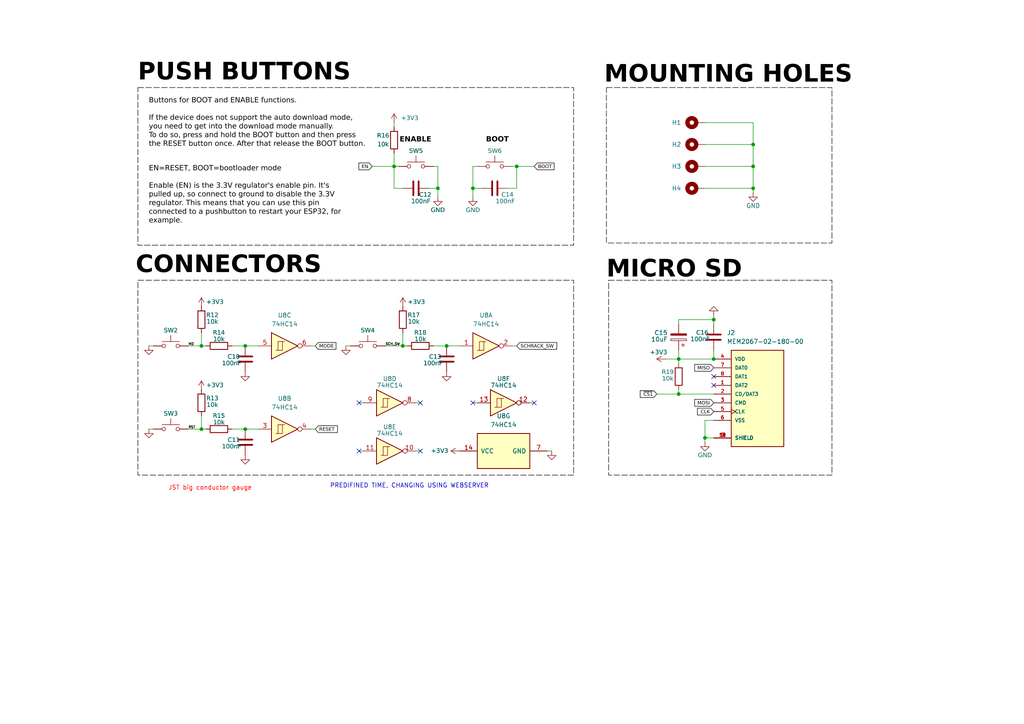
<source format=kicad_sch>
(kicad_sch (version 20231120) (generator "eeschema") (generator_version "8.0")
  (paper "A4")
  (title_block (title "SchrackStopwatch") (date "2024-08-14") (rev "v.1.0.0") (company "SPS NA PROSEKU") (comment 1 "SAVVA POPOV"))
  (lib_symbols
    (symbol "74xx:74HC14" (pin_names (offset 1.016))
      (property "Reference" "U" (at 0 1.27 0))
      (property "Value" "74HC14" (at 0 -1.27 0))
      (symbol "74HC14_1_0"
        (polyline (pts (xy -3.81 3.81) (xy -3.81 -3.81) (xy 3.81 0) (xy -3.81 3.81)) (stroke (width 0.254)) (fill (type background)))
        (pin input line (at -7.62 0 0) (length 3.81) (name "~") (number "1"))
        (pin output inverted (at 7.62 0 180) (length 3.81) (name "~") (number "2"))
      )
      (symbol "74HC14_1_1"
        (polyline (pts (xy -1.905 -1.27) (xy -1.905 1.27) (xy -0.635 1.27)))
        (polyline (pts (xy -2.54 -1.27) (xy -0.635 -1.27) (xy -0.635 1.27) (xy 0 1.27)))
      )
      (symbol "74HC14_2_0"
        (polyline (pts (xy -3.81 3.81) (xy -3.81 -3.81) (xy 3.81 0) (xy -3.81 3.81)) (stroke (width 0.254)) (fill (type background)))
        (pin input line (at -7.62 0 0) (length 3.81) (name "~") (number "3"))
        (pin output inverted (at 7.62 0 180) (length 3.81) (name "~") (number "4"))
      )
      (symbol "74HC14_2_1"
        (polyline (pts (xy -1.905 -1.27) (xy -1.905 1.27) (xy -0.635 1.27)))
        (polyline (pts (xy -2.54 -1.27) (xy -0.635 -1.27) (xy -0.635 1.27) (xy 0 1.27)))
      )
      (symbol "74HC14_3_0"
        (polyline (pts (xy -3.81 3.81) (xy -3.81 -3.81) (xy 3.81 0) (xy -3.81 3.81)) (stroke (width 0.254)) (fill (type background)))
        (pin input line (at -7.62 0 0) (length 3.81) (name "~") (number "5"))
        (pin output inverted (at 7.62 0 180) (length 3.81) (name "~") (number "6"))
      )
      (symbol "74HC14_3_1"
        (polyline (pts (xy -1.905 -1.27) (xy -1.905 1.27) (xy -0.635 1.27)))
        (polyline (pts (xy -2.54 -1.27) (xy -0.635 -1.27) (xy -0.635 1.27) (xy 0 1.27)))
      )
      (symbol "74HC14_4_0"
        (polyline (pts (xy -3.81 3.81) (xy -3.81 -3.81) (xy 3.81 0) (xy -3.81 3.81)) (stroke (width 0.254)) (fill (type background)))
        (pin output inverted (at 7.62 0 180) (length 3.81) (name "~") (number "8"))
        (pin input line (at -7.62 0 0) (length 3.81) (name "~") (number "9"))
      )
      (symbol "74HC14_4_1"
        (polyline (pts (xy -1.905 -1.27) (xy -1.905 1.27) (xy -0.635 1.27)))
        (polyline (pts (xy -2.54 -1.27) (xy -0.635 -1.27) (xy -0.635 1.27) (xy 0 1.27)))
      )
      (symbol "74HC14_5_0"
        (polyline (pts (xy -3.81 3.81) (xy -3.81 -3.81) (xy 3.81 0) (xy -3.81 3.81)) (stroke (width 0.254)) (fill (type background)))
        (pin output inverted (at 7.62 0 180) (length 3.81) (name "~") (number "10"))
        (pin input line (at -7.62 0 0) (length 3.81) (name "~") (number "11"))
      )
      (symbol "74HC14_5_1"
        (polyline (pts (xy -1.905 -1.27) (xy -1.905 1.27) (xy -0.635 1.27)))
        (polyline (pts (xy -2.54 -1.27) (xy -0.635 -1.27) (xy -0.635 1.27) (xy 0 1.27)))
      )
      (symbol "74HC14_6_0"
        (polyline (pts (xy -3.81 3.81) (xy -3.81 -3.81) (xy 3.81 0) (xy -3.81 3.81)) (stroke (width 0.254)) (fill (type background)))
        (pin output inverted (at 7.62 0 180) (length 3.81) (name "~") (number "12"))
        (pin input line (at -7.62 0 0) (length 3.81) (name "~") (number "13"))
      )
      (symbol "74HC14_6_1"
        (polyline (pts (xy -1.905 -1.27) (xy -1.905 1.27) (xy -0.635 1.27)))
        (polyline (pts (xy -2.54 -1.27) (xy -0.635 -1.27) (xy -0.635 1.27) (xy 0 1.27)))
      )
      (symbol "74HC14_7_0"
        (pin power_in line (at 0 12.7 270) (length 5.08) (name "VCC") (number "14"))
        (pin power_in line (at 0 -12.7 90) (length 5.08) (name "GND") (number "7"))
      )
      (symbol "74HC14_7_1"
        (rectangle (start -5.08 7.62) (end 5.08 -7.62) (stroke (width 0.254)) (fill (type background)))
      )
    )
    (symbol "Device:C" (pin_numbers hide) (pin_names (offset 0.254))
      (property "Reference" "C" (at 0.635 2.54 0))
      (property "Value" "C" (at 0.635 -2.54 0))
      (symbol "C_0_1"
        (polyline (pts (xy -2.032 -0.762) (xy 2.032 -0.762)) (stroke (width 0.508)))
        (polyline (pts (xy -2.032 0.762) (xy 2.032 0.762)) (stroke (width 0.508)))
      )
      (symbol "C_1_1"
        (pin passive line (at 0 3.81 270) (length 2.794) (name "~") (number "1"))
        (pin passive line (at 0 -3.81 90) (length 2.794) (name "~") (number "2"))
      )
    )
    (symbol "Device:C_Polarized" (pin_numbers hide) (pin_names (offset 0.254))
      (property "Reference" "C" (at 0.635 2.54 0))
      (property "Value" "C_Polarized" (at 0.635 -2.54 0))
      (symbol "C_Polarized_0_1"
        (rectangle (start -2.286 0.508) (end 2.286 1.016))
        (polyline (pts (xy -1.778 2.286) (xy -0.762 2.286)))
        (polyline (pts (xy -1.27 2.794) (xy -1.27 1.778)))
        (rectangle (start 2.286 -0.508) (end -2.286 -1.016) (fill (type outline)))
      )
      (symbol "C_Polarized_1_1"
        (pin passive line (at 0 3.81 270) (length 2.794) (name "~") (number "1"))
        (pin passive line (at 0 -3.81 90) (length 2.794) (name "~") (number "2"))
      )
    )
    (symbol "Device:R" (pin_numbers hide) (pin_names (offset 0))
      (property "Reference" "R" (at 2.032 0 90))
      (property "Value" "R" (at 0 0 90))
      (symbol "R_0_1"
        (rectangle (start -1.016 -2.54) (end 1.016 2.54) (stroke (width 0.254)))
      )
      (symbol "R_1_1"
        (pin passive line (at 0 3.81 270) (length 1.27) (name "~") (number "1"))
        (pin passive line (at 0 -3.81 90) (length 1.27) (name "~") (number "2"))
      )
    )
    (symbol "Mechanical:MountingHole_Pad" (pin_numbers hide) (pin_names (offset 1.016) hide)
      (property "Reference" "H" (at 0 6.35 0))
      (property "Value" "MountingHole_Pad" (at 0 4.445 0))
      (symbol "MountingHole_Pad_0_1"
        (circle (center 0 1.27) (radius 1.27) (stroke (width 1.27)))
      )
      (symbol "MountingHole_Pad_1_1"
        (pin input line (at 0 -2.54 90) (length 2.54) (name "1") (number "1"))
      )
    )
    (symbol "SchrackThingy_library:MEM2067-02-180-00-A_REVB" (pin_names (offset 1.016))
      (property "Reference" "J" (at 0 12.7117 0))
      (property "Value" "MEM2067-02-180-00-A_REVB" (at 0 -17.7826 0))
      (symbol "MEM2067-02-180-00-A_REVB_0_0"
        (rectangle (start 0 -15.24) (end 15.24 12.7) (stroke (width 0.254)) (fill (type background)))
        (pin bidirectional line (at -5.08 2.54 0) (length 5.08) (name "DAT2") (number "1"))
        (pin passive line (at -5.08 -12.7 0) (length 5.08) (name "SHIELD") (number "10"))
        (pin passive line (at -5.08 -12.7 0) (length 5.08) (name "SHIELD") (number "11"))
        (pin passive line (at -5.08 -12.7 0) (length 5.08) (name "SHIELD") (number "12"))
        (pin bidirectional line (at -5.08 0 0) (length 5.08) (name "CD/DAT3") (number "2"))
        (pin bidirectional line (at -5.08 -2.54 0) (length 5.08) (name "CMD") (number "3"))
        (pin power_in line (at -5.08 10.16 0) (length 5.08) (name "VDD") (number "4"))
        (pin bidirectional clock (at -5.08 -5.08 0) (length 5.08) (name "CLK") (number "5"))
        (pin power_in line (at -5.08 -7.62 0) (length 5.08) (name "VSS") (number "6"))
        (pin bidirectional line (at -5.08 7.62 0) (length 5.08) (name "DAT0") (number "7"))
        (pin bidirectional line (at -5.08 5.08 0) (length 5.08) (name "DAT1") (number "8"))
        (pin passive line (at -5.08 -12.7 0) (length 5.08) (name "SHIELD") (number "9"))
      )
    )
    (symbol "Switch:SW_Push" (pin_numbers hide) (pin_names (offset 1.016) hide)
      (property "Reference" "SW" (at 1.27 2.54 0))
      (property "Value" "SW_Push" (at 0 -1.524 0))
      (symbol "SW_Push_0_1"
        (circle (center -2.032 0) (radius 0.508))
        (polyline (pts (xy 0 1.27) (xy 0 3.048)))
        (polyline (pts (xy 2.54 1.27) (xy -2.54 1.27)))
        (circle (center 2.032 0) (radius 0.508))
        (pin passive line (at -5.08 0 0) (length 2.54) (name "1") (number "1"))
        (pin passive line (at 5.08 0 180) (length 2.54) (name "2") (number "2"))
      )
    )
    (symbol "power:+3V3" (power) (pin_names (offset 0))
      (property "Value" "+3V3" (at 0 3.556 0))
      (symbol "+3V3_0_1"
        (polyline (pts (xy -0.762 1.27) (xy 0 2.54)))
        (polyline (pts (xy 0 0) (xy 0 2.54)))
        (polyline (pts (xy 0 2.54) (xy 0.762 1.27)))
      )
      (symbol "+3V3_1_1"
        (pin power_in line (at 0 0 90) (length 0) hide (name "+3V3") (number "1"))
      )
    )
    (symbol "power:GND" (power) (pin_names (offset 0))
      (property "Value" "GND" (at 0 -3.81 0))
      (symbol "GND_0_1"
        (polyline (pts (xy 0 0) (xy 0 -1.27) (xy 1.27 -1.27) (xy 0 -2.54) (xy -1.27 -1.27) (xy 0 -1.27)))
      )
      (symbol "GND_1_1"
        (pin power_in line (at 0 0 270) (length 0) hide (name "GND") (number "1"))
      )
    )
  )
  (junction (at 58.42 100.33))
  (junction (at 196.85 114.3))
  (junction (at 207.01 104.14))
  (junction (at 218.44 41.91))
  (junction (at 137.16 54.61))
  (junction (at 218.44 54.61))
  (junction (at 129.54 100.33))
  (junction (at 149.86 48.26))
  (junction (at 218.44 48.26))
  (junction (at 114.3 48.26))
  (junction (at 127 54.61))
  (junction (at 196.85 104.14))
  (junction (at 116.84 100.33))
  (junction (at 71.12 124.46))
  (junction (at 207.01 92.71))
  (junction (at 58.42 124.46))
  (junction (at 71.12 100.33))
  (junction (at 204.47 127))
  (no_connect (at 104.14 116.84))
  (no_connect (at 207.01 111.76))
  (no_connect (at 207.01 109.22))
  (no_connect (at 104.14 130.81))
  (no_connect (at 121.92 116.84))
  (no_connect (at 137.16 116.84))
  (no_connect (at 121.92 130.81))
  (no_connect (at 154.94 116.84))
  (wire (pts (xy 190.5 114.3) (xy 196.85 114.3)))
  (wire (pts (xy 149.86 48.26) (xy 148.59 48.26)))
  (wire (pts (xy 204.47 41.91) (xy 218.44 41.91)))
  (wire (pts (xy 137.16 54.61) (xy 139.7 54.61)))
  (wire (pts (xy 196.85 113.03) (xy 196.85 114.3)))
  (wire (pts (xy 67.31 124.46) (xy 71.12 124.46)))
  (wire (pts (xy 129.54 100.33) (xy 133.35 100.33)))
  (wire (pts (xy 59.69 100.33) (xy 58.42 100.33)))
  (wire (pts (xy 204.47 128.27) (xy 204.47 127)))
  (wire (pts (xy 147.32 54.61) (xy 149.86 54.61)))
  (wire (pts (xy 137.16 48.26) (xy 137.16 54.61)))
  (wire (pts (xy 114.3 48.26) (xy 114.3 54.61)))
  (wire (pts (xy 104.14 116.84) (xy 105.41 116.84)))
  (wire (pts (xy 43.18 100.33) (xy 44.45 100.33)))
  (wire (pts (xy 196.85 114.3) (xy 207.01 114.3)))
  (wire (pts (xy 120.65 130.81) (xy 121.92 130.81)))
  (wire (pts (xy 91.44 100.33) (xy 90.17 100.33)))
  (wire (pts (xy 127 48.26) (xy 125.73 48.26)))
  (wire (pts (xy 218.44 35.56) (xy 218.44 41.91)))
  (wire (pts (xy 207.01 92.71) (xy 207.01 93.98)))
  (wire (pts (xy 204.47 127) (xy 207.01 127)))
  (wire (pts (xy 193.04 104.14) (xy 196.85 104.14)))
  (wire (pts (xy 43.18 124.46) (xy 44.45 124.46)))
  (wire (pts (xy 114.3 44.45) (xy 114.3 48.26)))
  (wire (pts (xy 204.47 35.56) (xy 218.44 35.56)))
  (wire (pts (xy 127 57.15) (xy 127 54.61)))
  (wire (pts (xy 204.47 121.92) (xy 207.01 121.92)))
  (wire (pts (xy 104.14 130.81) (xy 105.41 130.81)))
  (wire (pts (xy 107.95 48.26) (xy 114.3 48.26)))
  (wire (pts (xy 91.44 124.46) (xy 90.17 124.46)))
  (wire (pts (xy 111.76 100.33) (xy 116.84 100.33)))
  (wire (pts (xy 204.47 48.26) (xy 218.44 48.26)))
  (wire (pts (xy 207.01 92.71) (xy 196.85 92.71)))
  (wire (pts (xy 100.33 100.33) (xy 101.6 100.33)))
  (wire (pts (xy 54.61 124.46) (xy 58.42 124.46)))
  (wire (pts (xy 137.16 116.84) (xy 138.43 116.84)))
  (wire (pts (xy 58.42 100.33) (xy 58.42 96.52)))
  (wire (pts (xy 207.01 91.44) (xy 207.01 92.71)))
  (wire (pts (xy 149.86 48.26) (xy 154.94 48.26)))
  (wire (pts (xy 204.47 54.61) (xy 218.44 54.61)))
  (wire (pts (xy 207.01 101.6) (xy 207.01 104.14)))
  (wire (pts (xy 114.3 48.26) (xy 115.57 48.26)))
  (wire (pts (xy 125.73 100.33) (xy 129.54 100.33)))
  (wire (pts (xy 196.85 104.14) (xy 196.85 105.41)))
  (wire (pts (xy 196.85 101.6) (xy 196.85 104.14)))
  (wire (pts (xy 137.16 48.26) (xy 138.43 48.26)))
  (wire (pts (xy 127 48.26) (xy 127 54.61)))
  (wire (pts (xy 196.85 92.71) (xy 196.85 93.98)))
  (wire (pts (xy 218.44 48.26) (xy 218.44 54.61)))
  (wire (pts (xy 67.31 100.33) (xy 71.12 100.33)))
  (wire (pts (xy 196.85 104.14) (xy 207.01 104.14)))
  (wire (pts (xy 218.44 55.88) (xy 218.44 54.61)))
  (wire (pts (xy 114.3 36.83) (xy 114.3 35.56)))
  (wire (pts (xy 58.42 124.46) (xy 58.42 120.65)))
  (wire (pts (xy 118.11 100.33) (xy 116.84 100.33)))
  (wire (pts (xy 137.16 57.15) (xy 137.16 54.61)))
  (wire (pts (xy 218.44 41.91) (xy 218.44 48.26)))
  (wire (pts (xy 120.65 116.84) (xy 121.92 116.84)))
  (wire (pts (xy 149.86 48.26) (xy 149.86 54.61)))
  (wire (pts (xy 204.47 127) (xy 204.47 121.92)))
  (wire (pts (xy 71.12 124.46) (xy 74.93 124.46)))
  (wire (pts (xy 54.61 100.33) (xy 58.42 100.33)))
  (wire (pts (xy 153.67 116.84) (xy 154.94 116.84)))
  (wire (pts (xy 59.69 124.46) (xy 58.42 124.46)))
  (wire (pts (xy 116.84 100.33) (xy 116.84 96.52)))
  (wire (pts (xy 116.84 54.61) (xy 114.3 54.61)))
  (wire (pts (xy 160.02 130.81) (xy 158.75 130.81)))
  (wire (pts (xy 71.12 100.33) (xy 74.93 100.33)))
  (wire (pts (xy 127 54.61) (xy 124.46 54.61)))
  (wire (pts (xy 149.86 100.33) (xy 148.59 100.33)))
  (rectangle (start 40.005 25.4) (end 166.37 71.12) (stroke (width 0) (type dash) (color 0 0 0 1)))
  (rectangle (start 176.53 81.28) (end 241.3 137.795) (stroke (width 0) (type dash) (color 0 0 0 1)))
  (rectangle (start 40.005 81.28) (end 166.37 137.795) (stroke (width 0) (type dash) (color 0 0 0 1)))
  (rectangle (start 175.895 25.4) (end 241.3 70.485) (stroke (width 0) (type dash) (color 0 0 0 1)))
  (text "MICRO SD" (at 175.895 82.55 0) (effects (font (size 5 5) (bold yes)) (justify left bottom)))
  (text "BOOT" (at 140.97 41.91 0) (effects (font (size 1.5 1.5) (bold yes)) (justify left bottom)))
  (text "PREDIFINED TIME, CHANGING USING WEBSERVER" (at 118.745 140.97 0) (effects (font (size 1.27 1.27))))
  (text "MOUNTING HOLES" (at 175.26 26.035 0) (effects (font (size 5 5) (bold yes)) (justify left bottom)))
  (text "EN=RESET, BOOT=bootloader mode\n\nEnable (EN) is the 3.3V regulator's enable pin. It's\npulled up, so connect to ground to disable the 3.3V\nregulator. This means that you can use this pin\nconnected to a pushbutton to restart your ESP32, for\nexample." (at 43.18 65.405 0) (effects (font (size 1.5 1.5) (italic yes)) (justify left bottom)))
  (text "Buttons for BOOT and ENABLE functions.\n\nIf the device does not support the auto download mode,\nyou need to get into the download mode manually. \nTo do so, press and hold the BOOT button and then press \nthe RESET button once. After that release the BOOT button." (at 43.18 43.18 0) (effects (font (size 1.5 1.5) (italic yes)) (justify left bottom)))
  (text "PUSH BUTTONS" (at 40.005 25.4 0) (effects (font (size 5 5) (bold yes)) (justify left bottom)))
  (text "ENABLE" (at 125.095 41.91 0) (effects (font (size 1.5 1.5) (thickness 0.254) (bold yes)) (justify right bottom)))
  (text "JST big conductor gauge" (at 60.96 141.605 0) (effects (font (size 1.27 1.27))))
  (text "CONNECTORS" (at 39.37 81.28 0) (effects (font (size 5 5) (bold yes)) (justify left bottom)))
  (label "RST" (at 54.61 124.46 0) (effects (font (size 0.7 0.7))))
  (label "MD" (at 54.61 100.33 0) (effects (font (size 0.7 0.7))))
  (label "SCH_SW" (at 111.76 100.33 0) (effects (font (size 0.7 0.7))))
  (global_label "CLK" (shape input) (at 207.01 119.38 180) (effects (font (size 1 1))) (property "Intersheetrefs" "${INTERSHEET_REFS}" (effects (hide yes))))
  (global_label "MISO" (shape input) (at 207.01 106.68 180) (effects (font (size 1 1))) (property "Intersheetrefs" "${INTERSHEET_REFS}" (effects (hide yes))))
  (global_label "MOSI" (shape input) (at 207.01 116.84 180) (effects (font (size 1 1))) (property "Intersheetrefs" "${INTERSHEET_REFS}" (effects (hide yes))))
  (global_label "RESET" (shape input) (at 91.44 124.46 0) (effects (font (size 1 1))) (property "Intersheetrefs" "${INTERSHEET_REFS}" (effects (hide yes))))
  (global_label "SCHRACK_SW" (shape input) (at 149.86 100.33 0) (effects (font (size 1 1))) (property "Intersheetrefs" "${INTERSHEET_REFS}" (effects (hide yes))))
  (global_label "EN" (shape input) (at 107.95 48.26 180) (effects (font (size 1 1))) (property "Intersheetrefs" "${INTERSHEET_REFS}" (effects (hide yes))))
  (global_label "BOOT" (shape input) (at 154.94 48.26 0) (effects (font (size 1 1))) (property "Intersheetrefs" "${INTERSHEET_REFS}" (effects (hide yes))))
  (global_label "~{CS1}" (shape input) (at 190.5 114.3 180) (effects (font (size 1 1))) (property "Intersheetrefs" "${INTERSHEET_REFS}" (effects (hide yes))))
  (global_label "MODE" (shape input) (at 91.44 100.33 0) (effects (font (size 1 1))) (property "Intersheetrefs" "${INTERSHEET_REFS}" (effects (hide yes))))
  (symbol (lib_id "power:+3V3") (at 114.3 35.56 0) (unit 1)
    (property "Reference" "#PWR032" (effects (hide yes)))
    (property "Value" "+3V3" (at 116.205 34.29 0) (effects (justify left)))
  )
  (symbol (lib_id "power:GND") (at 71.12 107.95 0) (unit 1)
    (property "Reference" "#PWR029" (effects (hide yes)))
    (property "Value" "GND" (effects (hide yes)))
  )
  (symbol (lib_id "Device:R") (at 63.5 124.46 270) (unit 1)
    (property "Reference" "R15" (at 63.5 120.65 90))
    (property "Value" "10k" (at 63.5 122.555 90))
    (property "Footprint" "Resistor_SMD:R_0805_2012Metric_Pad1.20x1.40mm_HandSolder" (effects (hide yes)))
  )
  (symbol (lib_id "power:GND") (at 204.47 128.27 0) (unit 1)
    (property "Reference" "#PWR041" (effects (hide yes)))
    (property "Value" "GND" (at 204.47 132.08 0))
  )
  (symbol (lib_id "power:+3V3") (at 193.04 104.14 90) (unit 1)
    (property "Reference" "#PWR039" (effects (hide yes)))
    (property "Value" "+3V3" (at 193.675 102.235 90) (effects (justify left)))
  )
  (symbol (lib_id "Device:C_Polarized") (at 196.85 97.79 180) (unit 1)
    (property "Reference" "C15" (at 193.675 96.52 0) (effects (justify left)))
    (property "Value" "10uF" (at 193.675 98.425 0) (effects (justify left)))
    (property "Footprint" "Capacitor_Tantalum_SMD:CP_EIA-3216-18_Kemet-A_Pad1.58x1.35mm_HandSolder" (effects (hide yes)))
    (property "Description" "Polarized capacitor" (effects (hide yes)))
  )
  (symbol (lib_id "power:GND") (at 137.16 57.15 0) (unit 1)
    (property "Reference" "#PWR037" (effects (hide yes)))
    (property "Value" "GND" (at 137.16 60.96 0))
  )
  (symbol (lib_id "power:GND") (at 127 57.15 0) (mirror y) (unit 1)
    (property "Reference" "#PWR034" (effects (hide yes)))
    (property "Value" "GND" (at 127 60.96 0))
  )
  (symbol (lib_id "74xx:74HC14") (at 82.55 124.46 0) (unit 2)
    (property "Reference" "U8" (at 82.55 115.57 0))
    (property "Value" "74HC14" (at 82.55 118.11 0))
    (property "Footprint" "Package_SO:SOIC-14_3.9x8.7mm_P1.27mm" (effects (hide yes)))
    (property "Datasheet" "http://www.ti.com/lit/gpn/sn74HC14" (effects (hide yes)))
    (property "Description" "Hex inverter schmitt trigger" (effects (hide yes)))
  )
  (symbol (lib_id "power:GND") (at 43.18 100.33 0) (unit 1)
    (property "Reference" "#PWR025" (effects (hide yes)))
    (property "Value" "GND" (effects (hide yes)))
  )
  (symbol (lib_id "74xx:74HC14") (at 146.05 130.81 90) (unit 7)
    (property "Reference" "U8" (at 146.05 120.65 90))
    (property "Value" "74HC14" (at 146.05 123.19 90))
    (property "Footprint" "Package_SO:SOIC-14_3.9x8.7mm_P1.27mm" (effects (hide yes)))
    (property "Datasheet" "http://www.ti.com/lit/gpn/sn74HC14" (effects (hide yes)))
    (property "Description" "Hex inverter schmitt trigger" (effects (hide yes)))
  )
  (symbol (lib_id "74xx:74HC14") (at 82.55 100.33 0) (unit 3)
    (property "Reference" "U8" (at 82.55 91.44 0))
    (property "Value" "74HC14" (at 82.55 93.98 0))
    (property "Footprint" "Package_SO:SOIC-14_3.9x8.7mm_P1.27mm" (effects (hide yes)))
    (property "Datasheet" "http://www.ti.com/lit/gpn/sn74HC14" (effects (hide yes)))
    (property "Description" "Hex inverter schmitt trigger" (effects (hide yes)))
  )
  (symbol (lib_id "power:+3V3") (at 58.42 88.9 0) (unit 1)
    (property "Reference" "#PWR027" (effects (hide yes)))
    (property "Value" "+3V3" (at 59.69 87.63 0) (effects (justify left)))
  )
  (symbol (lib_id "power:GND") (at 100.33 100.33 0) (unit 1)
    (property "Reference" "#PWR031" (effects (hide yes)))
    (property "Value" "GND" (effects (hide yes)))
  )
  (symbol (lib_id "Device:C") (at 207.01 97.79 0) (mirror x) (unit 1)
    (property "Reference" "C16" (at 201.93 96.52 0) (effects (justify left)))
    (property "Value" "100nF" (at 200.025 98.425 0) (effects (justify left)))
    (property "Footprint" "Capacitor_SMD:C_0805_2012Metric_Pad1.18x1.45mm_HandSolder" (effects (hide yes)))
  )
  (symbol (lib_id "Mechanical:MountingHole_Pad") (at 201.93 48.26 90) (unit 1) (exclude_from_sim yes) (in_bom no)
    (property "Reference" "H3" (at 196.215 48.26 90))
    (property "Value" "Mounting Hole M3" (effects (hide yes)))
    (property "Footprint" "MountingHole:MountingHole_3.2mm_M3_Pad_Via" (effects (hide yes)))
    (property "Description" "Mounting Hole with connection" (effects (hide yes)))
  )
  (symbol (lib_id "Device:R") (at 114.3 40.64 180) (unit 1)
    (property "Reference" "R16" (at 111.125 39.37 0))
    (property "Value" "10k" (at 111.125 41.91 0))
    (property "Footprint" "Resistor_SMD:R_0805_2012Metric_Pad1.20x1.40mm_HandSolder" (effects (hide yes)))
  )
  (symbol (lib_id "power:GND") (at 207.01 91.44 180) (unit 1)
    (property "Reference" "#PWR042" (effects (hide yes)))
    (property "Value" "GND" (effects (hide yes)))
  )
  (symbol (lib_id "Device:R") (at 58.42 116.84 180) (unit 1)
    (property "Reference" "R13" (at 61.595 115.57 0))
    (property "Value" "10k" (at 61.595 117.475 0))
    (property "Footprint" "Resistor_SMD:R_0805_2012Metric_Pad1.20x1.40mm_HandSolder" (effects (hide yes)))
  )
  (symbol (lib_id "SchrackThingy_library:MEM2067-02-180-00-A_REVB") (at 212.09 114.3 0) (unit 1)
    (property "Reference" "J2" (at 210.82 96.52 0) (effects (justify left)))
    (property "Value" "MEM2067-02-180-00" (at 210.82 99.06 0) (effects (justify left)))
    (property "Footprint" "Schrack_brd:MICRO_SD_CARD" (effects (hide yes)))
    (property "MF" "Global Connector Technology" (effects (hide yes)))
    (property "Description_1" "\n8 Position Card Connector microSD Surface Mount, Right Angle Gold\n" (effects (hide yes)))
    (property "Package" "None" (effects (hide yes)))
    (property "Price" "None" (effects (hide yes)))
    (property "Check_prices" "https://www.snapeda.com/parts/MEM2067-02-180-00-A/Global+Connector+Technology/view-part/?ref=eda" (effects (hide yes)))
    (property "SnapEDA_Link" "https://www.snapeda.com/parts/MEM2067-02-180-00-A/Global+Connector+Technology/view-part/?ref=snap" (effects (hide yes)))
    (property "MP" "MEM2067-02-180-00-A" (effects (hide yes)))
    (property "Purchase-URL" "https://www.snapeda.com/api/url_track_click_mouser/?unipart_id=779218&manufacturer=Global Connector Technology&part_name=MEM2067-02-180-00-A&search_term=None" (effects (hide yes)))
    (property "Availability" "Not in stock" (effects (hide yes)))
    (property "MANUFACTURER" "GCT" (effects (hide yes)))
  )
  (symbol (lib_id "power:GND") (at 218.44 55.88 0) (unit 1)
    (property "Reference" "#PWR040" (effects (hide yes)))
    (property "Value" "GND" (at 218.44 59.69 0))
    (property "Description" "Power symbol creates a global label with name \"GND\" , ground" (effects (hide yes)))
  )
  (symbol (lib_id "74xx:74HC14") (at 113.03 116.84 0) (unit 4)
    (property "Reference" "U8" (at 113.03 109.855 0))
    (property "Value" "74HC14" (at 113.03 111.76 0))
    (property "Footprint" "Package_SO:SOIC-14_3.9x8.7mm_P1.27mm" (effects (hide yes)))
    (property "Datasheet" "http://www.ti.com/lit/gpn/sn74HC14" (effects (hide yes)))
    (property "Description" "Hex inverter schmitt trigger" (effects (hide yes)))
  )
  (symbol (lib_id "Switch:SW_Push") (at 49.53 124.46 0) (unit 1)
    (property "Reference" "SW3" (at 49.53 120.015 0))
    (property "Value" "SW_Push" (effects (hide yes)))
    (property "Footprint" "Connector_JST:JST_XH_B2B-XH-A_1x02_P2.50mm_Vertical" (effects (hide yes)))
  )
  (symbol (lib_id "74xx:74HC14") (at 140.97 100.33 0) (unit 1)
    (property "Reference" "U8" (at 140.97 91.44 0))
    (property "Value" "74HC14" (at 140.97 93.98 0))
    (property "Footprint" "Package_SO:SOIC-14_3.9x8.7mm_P1.27mm" (effects (hide yes)))
    (property "Datasheet" "http://www.ti.com/lit/gpn/sn74HC14" (effects (hide yes)))
    (property "Description" "Hex inverter schmitt trigger" (effects (hide yes)))
  )
  (symbol (lib_id "Device:R") (at 63.5 100.33 270) (unit 1)
    (property "Reference" "R14" (at 63.5 96.52 90))
    (property "Value" "10k" (at 63.5 98.425 90))
    (property "Footprint" "Resistor_SMD:R_0805_2012Metric_Pad1.20x1.40mm_HandSolder" (effects (hide yes)))
  )
  (symbol (lib_id "Mechanical:MountingHole_Pad") (at 201.93 35.56 90) (unit 1) (exclude_from_sim yes) (in_bom no)
    (property "Reference" "H1" (at 196.215 35.56 90))
    (property "Value" "Mounting Hole M3" (effects (hide yes)))
    (property "Footprint" "MountingHole:MountingHole_3.2mm_M3_Pad_Via" (effects (hide yes)))
    (property "Description" "Mounting Hole with connection" (effects (hide yes)))
  )
  (symbol (lib_id "Device:R") (at 116.84 92.71 180) (unit 1)
    (property "Reference" "R17" (at 120.015 91.44 0))
    (property "Value" "10k" (at 120.015 93.345 0))
    (property "Footprint" "Resistor_SMD:R_0805_2012Metric_Pad1.20x1.40mm_HandSolder" (effects (hide yes)))
  )
  (symbol (lib_id "Switch:SW_Push") (at 106.68 100.33 0) (unit 1)
    (property "Reference" "SW4" (at 106.68 95.885 0))
    (property "Value" "SW_Push" (effects (hide yes)))
    (property "Footprint" "Connector_JST:JST_XH_B2B-XH-A_1x02_P2.50mm_Vertical" (effects (hide yes)))
  )
  (symbol (lib_id "74xx:74HC14") (at 146.05 116.84 0) (unit 6)
    (property "Reference" "U8" (at 146.05 109.855 0))
    (property "Value" "74HC14" (at 146.05 111.76 0))
    (property "Footprint" "Package_SO:SOIC-14_3.9x8.7mm_P1.27mm" (effects (hide yes)))
    (property "Datasheet" "http://www.ti.com/lit/gpn/sn74HC14" (effects (hide yes)))
    (property "Description" "Hex inverter schmitt trigger" (effects (hide yes)))
  )
  (symbol (lib_id "Device:R") (at 121.92 100.33 270) (unit 1)
    (property "Reference" "R18" (at 121.92 96.52 90))
    (property "Value" "10k" (at 121.92 98.425 90))
    (property "Footprint" "Resistor_SMD:R_0805_2012Metric_Pad1.20x1.40mm_HandSolder" (effects (hide yes)))
  )
  (symbol (lib_id "power:+3V3") (at 58.42 113.03 0) (unit 1)
    (property "Reference" "#PWR028" (effects (hide yes)))
    (property "Value" "+3V3" (at 59.69 111.76 0) (effects (justify left)))
  )
  (symbol (lib_id "power:GND") (at 160.02 130.81 0) (unit 1)
    (property "Reference" "#PWR038" (effects (hide yes)))
    (property "Value" "GND" (effects (hide yes)))
  )
  (symbol (lib_id "74xx:74HC14") (at 113.03 130.81 0) (unit 5)
    (property "Reference" "U8" (at 113.03 123.825 0))
    (property "Value" "74HC14" (at 113.03 125.73 0))
    (property "Footprint" "Package_SO:SOIC-14_3.9x8.7mm_P1.27mm" (effects (hide yes)))
    (property "Datasheet" "http://www.ti.com/lit/gpn/sn74HC14" (effects (hide yes)))
    (property "Description" "Hex inverter schmitt trigger" (effects (hide yes)))
  )
  (symbol (lib_id "Switch:SW_Push") (at 143.51 48.26 0) (unit 1)
    (property "Reference" "SW6" (at 143.51 43.815 0))
    (property "Value" "SW_Push" (effects (hide yes)))
    (property "Footprint" "Button_Switch_SMD:SW_SPST_EVQPE1" (effects (hide yes)))
  )
  (symbol (lib_id "Device:C") (at 71.12 104.14 0) (mirror x) (unit 1)
    (property "Reference" "C10" (at 66.04 103.505 0) (effects (justify left)))
    (property "Value" "100nF" (at 64.135 105.41 0) (effects (justify left)))
    (property "Footprint" "Capacitor_SMD:C_0805_2012Metric_Pad1.18x1.45mm_HandSolder" (effects (hide yes)))
  )
  (symbol (lib_id "Device:R") (at 58.42 92.71 180) (unit 1)
    (property "Reference" "R12" (at 61.595 91.44 0))
    (property "Value" "10k" (at 61.595 93.345 0))
    (property "Footprint" "Resistor_SMD:R_0805_2012Metric_Pad1.20x1.40mm_HandSolder" (effects (hide yes)))
  )
  (symbol (lib_id "Device:R") (at 196.85 109.22 180) (unit 1)
    (property "Reference" "R19" (at 193.675 107.95 0))
    (property "Value" "10k" (at 193.675 109.855 0))
    (property "Footprint" "Resistor_SMD:R_0805_2012Metric_Pad1.20x1.40mm_HandSolder" (effects (hide yes)))
  )
  (symbol (lib_id "Switch:SW_Push") (at 49.53 100.33 0) (unit 1)
    (property "Reference" "SW2" (at 49.53 95.885 0))
    (property "Value" "SW_Push" (effects (hide yes)))
    (property "Footprint" "Connector_JST:JST_XH_B2B-XH-A_1x02_P2.50mm_Vertical" (effects (hide yes)))
  )
  (symbol (lib_id "Device:C") (at 71.12 128.27 0) (mirror x) (unit 1)
    (property "Reference" "C11" (at 66.04 127.635 0) (effects (justify left)))
    (property "Value" "100nF" (at 64.135 129.54 0) (effects (justify left)))
    (property "Footprint" "Capacitor_SMD:C_0805_2012Metric_Pad1.18x1.45mm_HandSolder" (effects (hide yes)))
  )
  (symbol (lib_id "power:+3V3") (at 133.35 130.81 90) (unit 1)
    (property "Reference" "#PWR036" (effects (hide yes)))
    (property "Value" "+3V3" (at 130.175 130.81 90) (effects (justify left)))
  )
  (symbol (lib_id "power:GND") (at 43.18 124.46 0) (unit 1)
    (property "Reference" "#PWR026" (effects (hide yes)))
    (property "Value" "GND" (effects (hide yes)))
  )
  (symbol (lib_id "Mechanical:MountingHole_Pad") (at 201.93 54.61 90) (unit 1) (exclude_from_sim yes) (in_bom no)
    (property "Reference" "H4" (at 196.215 54.61 90))
    (property "Value" "Mounting Hole M3" (effects (hide yes)))
    (property "Footprint" "MountingHole:MountingHole_3.2mm_M3_Pad_Via" (effects (hide yes)))
    (property "Description" "Mounting Hole with connection" (effects (hide yes)))
  )
  (symbol (lib_id "Device:C") (at 120.65 54.61 90) (unit 1)
    (property "Reference" "C12" (at 125.095 56.515 90) (effects (justify left)))
    (property "Value" "100nF" (at 125.095 58.42 90) (effects (justify left)))
    (property "Footprint" "Capacitor_SMD:C_0805_2012Metric_Pad1.18x1.45mm_HandSolder" (effects (hide yes)))
  )
  (symbol (lib_id "Mechanical:MountingHole_Pad") (at 201.93 41.91 90) (unit 1) (exclude_from_sim yes) (in_bom no)
    (property "Reference" "H2" (at 196.215 41.91 90))
    (property "Value" "Mounting Hole M3" (effects (hide yes)))
    (property "Footprint" "MountingHole:MountingHole_3.2mm_M3_Pad_Via" (effects (hide yes)))
    (property "Description" "Mounting Hole with connection" (effects (hide yes)))
  )
  (symbol (lib_id "Switch:SW_Push") (at 120.65 48.26 0) (mirror y) (unit 1)
    (property "Reference" "SW5" (at 120.65 43.815 0))
    (property "Value" "SW_Push" (effects (hide yes)))
    (property "Footprint" "Button_Switch_SMD:SW_SPST_EVQPE1" (effects (hide yes)))
    (property "Datasheet" "https://cz.mouser.com/ProductDetail/Panasonic/EVQ-PE104K?qs=wX5mvoJE4NGLiYsCBZAptQ%3D%3D" (effects (hide yes)))
  )
  (symbol (lib_id "power:GND") (at 71.12 132.08 0) (unit 1)
    (property "Reference" "#PWR030" (effects (hide yes)))
    (property "Value" "GND" (effects (hide yes)))
  )
  (symbol (lib_id "power:GND") (at 129.54 107.95 0) (unit 1)
    (property "Reference" "#PWR035" (effects (hide yes)))
    (property "Value" "GND" (effects (hide yes)))
  )
  (symbol (lib_id "power:+3V3") (at 116.84 88.9 0) (unit 1)
    (property "Reference" "#PWR033" (effects (hide yes)))
    (property "Value" "+3V3" (at 118.11 87.63 0) (effects (justify left)))
  )
  (symbol (lib_id "Device:C") (at 143.51 54.61 270) (mirror x) (unit 1)
    (property "Reference" "C14" (at 145.415 56.515 90) (effects (justify left)))
    (property "Value" "100nF" (at 143.51 58.42 90) (effects (justify left)))
    (property "Footprint" "Capacitor_SMD:C_0805_2012Metric_Pad1.18x1.45mm_HandSolder" (effects (hide yes)))
  )
  (symbol (lib_id "Device:C") (at 129.54 104.14 0) (mirror x) (unit 1)
    (property "Reference" "C13" (at 124.46 103.505 0) (effects (justify left)))
    (property "Value" "100nF" (at 122.555 105.41 0) (effects (justify left)))
    (property "Footprint" "Capacitor_SMD:C_0805_2012Metric_Pad1.18x1.45mm_HandSolder" (effects (hide yes)))
  )
)
</source>
